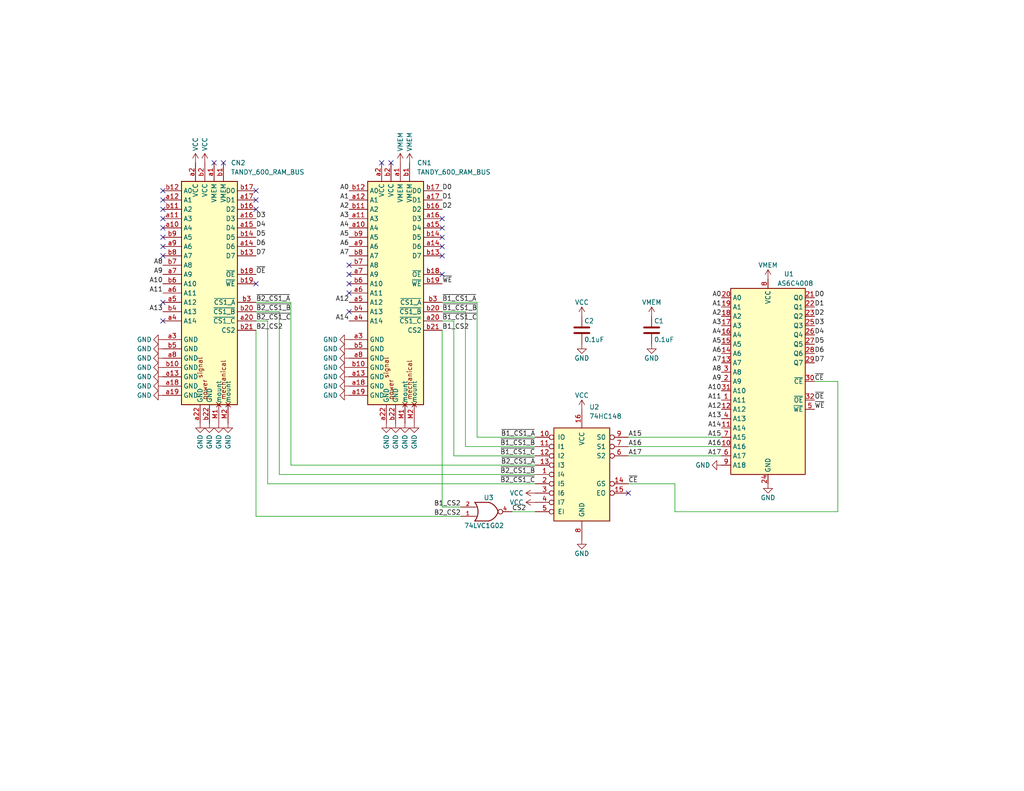
<source format=kicad_sch>
(kicad_sch (version 20211123) (generator eeschema)
  (paper "USLetter")
  (title_block (title "TANDY 600 RAM") (date "2022-10-20") (rev "DUAL_full_001") (company "Brian K. White - b.kenyon.w@gmail.com") (comment 1 "LICENSE: CC-BY-SA 4.0") (comment 2 "Originally based on Model600Sram_v1.1 by Jayeson Lee-Steer") (comment 3 "github.com/bkw777/TANDY_600_RAM"))
  (lib_symbols
    (symbol "000_LOCAL:74HC148" (pin_names (offset 1.016))
      (property "Reference" "U" (at -7.62 13.97 0))
      (property "Value" "74HC148" (at -7.62 -13.97 0))
      (symbol "74HC148_1_0"
        (pin input inverted (at -12.7 0 0) (length 5.08) (name "I4") (number "1"))
        (pin input inverted (at -12.7 10.16 0) (length 5.08) (name "IO") (number "10"))
        (pin input inverted (at -12.7 7.62 0) (length 5.08) (name "I1") (number "11"))
        (pin input inverted (at -12.7 5.08 0) (length 5.08) (name "I2") (number "12"))
        (pin input inverted (at -12.7 2.54 0) (length 5.08) (name "I3") (number "13"))
        (pin output inverted (at 12.7 -2.54 180) (length 5.08) (name "GS") (number "14"))
        (pin output inverted (at 12.7 -5.08 180) (length 5.08) (name "EO") (number "15"))
        (pin power_in line (at 0 17.78 270) (length 5.08) (name "VCC") (number "16"))
        (pin input inverted (at -12.7 -2.54 0) (length 5.08) (name "I5") (number "2"))
        (pin input inverted (at -12.7 -5.08 0) (length 5.08) (name "I6") (number "3"))
        (pin input inverted (at -12.7 -7.62 0) (length 5.08) (name "I7") (number "4"))
        (pin input inverted (at -12.7 -10.16 0) (length 5.08) (name "EI") (number "5"))
        (pin output inverted (at 12.7 5.08 180) (length 5.08) (name "S2") (number "6"))
        (pin output inverted (at 12.7 7.62 180) (length 5.08) (name "S1") (number "7"))
        (pin power_in line (at 0 -17.78 90) (length 5.08) (name "GND") (number "8"))
        (pin output inverted (at 12.7 10.16 180) (length 5.08) (name "S0") (number "9"))
      )
      (symbol "74HC148_1_1"
        (rectangle (start -7.62 12.7) (end 7.62 -12.7) (stroke (width 0.254)) (fill (type background)))
      )
    )
    (symbol "000_LOCAL:AS6C4008_TSOP-I_sTSOP"
      (property "Reference" "U" (at -10.16 23.495 0))
      (property "Value" "AS6C4008_TSOP-I_sTSOP" (at 2.54 23.495 0))
      (symbol "AS6C4008_TSOP-I_sTSOP_0_0"
        (pin power_in line (at 0 -30.48 90) (length 2.54) (name "GND") (number "24"))
        (pin power_in line (at 0 25.4 270) (length 2.54) (name "VCC") (number "8"))
      )
      (symbol "AS6C4008_TSOP-I_sTSOP_0_1"
        (rectangle (start -10.16 22.86) (end 10.16 -27.94) (stroke (width 0.254)) (fill (type background)))
      )
      (symbol "AS6C4008_TSOP-I_sTSOP_1_1"
        (pin input line (at -12.7 -7.62 0) (length 2.54) (name "A11") (number "1"))
        (pin input line (at -12.7 -20.32 0) (length 2.54) (name "A16") (number "10"))
        (pin input line (at -12.7 -15.24 0) (length 2.54) (name "A14") (number "11"))
        (pin input line (at -12.7 -10.16 0) (length 2.54) (name "A12") (number "12"))
        (pin input line (at -12.7 2.54 0) (length 2.54) (name "A7") (number "13"))
        (pin input line (at -12.7 5.08 0) (length 2.54) (name "A6") (number "14"))
        (pin input line (at -12.7 7.62 0) (length 2.54) (name "A5") (number "15"))
        (pin input line (at -12.7 10.16 0) (length 2.54) (name "A4") (number "16"))
        (pin input line (at -12.7 12.7 0) (length 2.54) (name "A3") (number "17"))
        (pin input line (at -12.7 15.24 0) (length 2.54) (name "A2") (number "18"))
        (pin input line (at -12.7 17.78 0) (length 2.54) (name "A1") (number "19"))
        (pin input line (at -12.7 -2.54 0) (length 2.54) (name "A9") (number "2"))
        (pin input line (at -12.7 20.32 0) (length 2.54) (name "A0") (number "20"))
        (pin tri_state line (at 12.7 20.32 180) (length 2.54) (name "Q0") (number "21"))
        (pin tri_state line (at 12.7 17.78 180) (length 2.54) (name "Q1") (number "22"))
        (pin tri_state line (at 12.7 15.24 180) (length 2.54) (name "Q2") (number "23"))
        (pin tri_state line (at 12.7 12.7 180) (length 2.54) (name "Q3") (number "25"))
        (pin tri_state line (at 12.7 10.16 180) (length 2.54) (name "Q4") (number "26"))
        (pin tri_state line (at 12.7 7.62 180) (length 2.54) (name "Q5") (number "27"))
        (pin tri_state line (at 12.7 5.08 180) (length 2.54) (name "Q6") (number "28"))
        (pin tri_state line (at 12.7 2.54 180) (length 2.54) (name "Q7") (number "29"))
        (pin input line (at -12.7 0 0) (length 2.54) (name "A8") (number "3"))
        (pin input line (at 12.7 -2.54 180) (length 2.54) (name "~{CE}") (number "30"))
        (pin input line (at -12.7 -5.08 0) (length 2.54) (name "A10") (number "31"))
        (pin input line (at 12.7 -7.62 180) (length 2.54) (name "~{OE}") (number "32"))
        (pin input line (at -12.7 -12.7 0) (length 2.54) (name "A13") (number "4"))
        (pin input line (at 12.7 -10.16 180) (length 2.54) (name "~{WE}") (number "5"))
        (pin input line (at -12.7 -22.86 0) (length 2.54) (name "A17") (number "6"))
        (pin input line (at -12.7 -17.78 0) (length 2.54) (name "A15") (number "7"))
        (pin input line (at -12.7 -25.4 0) (length 2.54) (name "A18") (number "9"))
      )
    )
    (symbol "000_LOCAL:C" (pin_numbers hide) (pin_names (offset 0.254))
      (property "Reference" "C" (at 0.635 2.54 0))
      (property "Value" "C" (at 0.635 -2.54 0))
      (symbol "C_0_1"
        (polyline (pts (xy -2.032 -0.762) (xy 2.032 -0.762)) (stroke (width 0.508)))
        (polyline (pts (xy -2.032 0.762) (xy 2.032 0.762)) (stroke (width 0.508)))
      )
      (symbol "C_1_1"
        (pin passive line (at 0 3.81 270) (length 2.794) (name "~") (number "1"))
        (pin passive line (at 0 -3.81 90) (length 2.794) (name "~") (number "2"))
      )
    )
    (symbol "000_LOCAL:GND" (power) (pin_names (offset 0))
      (property "Value" "GND" (at 0 -3.81 0))
      (symbol "GND_0_1"
        (polyline (pts (xy 0 0) (xy 0 -1.27) (xy 1.27 -1.27) (xy 0 -2.54) (xy -1.27 -1.27) (xy 0 -1.27)))
      )
      (symbol "GND_1_1"
        (pin power_in line (at 0 0 270) (length 0) hide (name "GND") (number "1"))
      )
    )
    (symbol "000_LOCAL:TANDY_600_RAM_BUS"
      (property "Reference" "J1" (at 6.35 34.29 0))
      (property "Value" "TANDY_600_RAM_BUS" (at 5.08 31.75 0))
      (symbol "TANDY_600_RAM_BUS_0_0"
        (text "mechanical" (at 3.81 -29.21 900) (effects (font (size 1.27 1.27)) (justify left)))
        (text "power" (at -1.27 -29.21 900) (effects (font (size 1.27 1.27)) (justify left)))
        (text "signal" (at -2.54 -20.32 900) (effects (font (size 1.27 1.27))))
        (pin power_out line (at 1.27 35.56 270) (length 5.08) (name "VMEM") (number "a1"))
        (pin output line (at -12.7 -22.86 0) (length 5.08) (name "GND") (number "a13"))
        (pin output line (at -12.7 -25.4 0) (length 5.08) (name "GND") (number "a18"))
        (pin output line (at -12.7 -27.94 0) (length 5.08) (name "GND") (number "a19"))
        (pin power_out line (at -3.81 35.56 270) (length 5.08) (name "VCC") (number "a2"))
        (pin power_out line (at -2.54 -35.56 90) (length 5.08) (name "GND") (number "a22"))
        (pin output line (at -12.7 -12.7 0) (length 5.08) (name "GND") (number "a3"))
        (pin output line (at -12.7 -17.78 0) (length 5.08) (name "GND") (number "a8"))
        (pin power_out line (at 3.81 35.56 270) (length 5.08) (name "VMEM") (number "b1"))
        (pin output line (at -12.7 -20.32 0) (length 5.08) (name "GND") (number "b10"))
        (pin power_out line (at -1.27 35.56 270) (length 5.08) (name "VCC") (number "b2"))
        (pin power_out line (at 0 -35.56 90) (length 5.08) (name "GND") (number "b22"))
        (pin output line (at -12.7 -15.24 0) (length 5.08) (name "GND") (number "b5"))
      )
      (symbol "TANDY_600_RAM_BUS_0_1"
        (rectangle (start -7.62 30.48) (end 7.62 -30.48) (stroke (width 0.254)) (fill (type background)))
      )
      (symbol "TANDY_600_RAM_BUS_1_1"
        (pin passive non_logic (at 2.54 -35.56 90) (length 5.08) (name "mount") (number "M1"))
        (pin passive non_logic (at 5.08 -35.56 90) (length 5.08) (name "mount") (number "M2"))
        (pin output line (at -12.7 17.78 0) (length 5.08) (name "A4") (number "a10"))
        (pin output line (at -12.7 20.32 0) (length 5.08) (name "A3") (number "a11"))
        (pin output line (at -12.7 25.4 0) (length 5.08) (name "A1") (number "a12"))
        (pin tri_state line (at 12.7 12.7 180) (length 5.08) (name "D6") (number "a14"))
        (pin tri_state line (at 12.7 17.78 180) (length 5.08) (name "D4") (number "a15"))
        (pin tri_state line (at 12.7 20.32 180) (length 5.08) (name "D3") (number "a16"))
        (pin tri_state line (at 12.7 25.4 180) (length 5.08) (name "D1") (number "a17"))
        (pin output line (at 12.7 -7.62 180) (length 5.08) (name "~{CS1_C}") (number "a20"))
        (pin no_connect line (at 7.62 -15.24 180) (length 5.08) hide (name "NC") (number "a21"))
        (pin output line (at -12.7 -7.62 0) (length 5.08) (name "A14") (number "a4"))
        (pin output line (at -12.7 -2.54 0) (length 5.08) (name "A12") (number "a5"))
        (pin output line (at -12.7 0 0) (length 5.08) (name "A11") (number "a6"))
        (pin output line (at -12.7 5.08 0) (length 5.08) (name "A9") (number "a7"))
        (pin output line (at -12.7 12.7 0) (length 5.08) (name "A6") (number "a9"))
        (pin output line (at -12.7 22.86 0) (length 5.08) (name "A2") (number "b11"))
        (pin output line (at -12.7 27.94 0) (length 5.08) (name "A0") (number "b12"))
        (pin tri_state line (at 12.7 10.16 180) (length 5.08) (name "D7") (number "b13"))
        (pin tri_state line (at 12.7 15.24 180) (length 5.08) (name "D5") (number "b14"))
        (pin no_connect line (at 7.62 -17.78 180) (length 5.08) hide (name "NC") (number "b15"))
        (pin tri_state line (at 12.7 22.86 180) (length 5.08) (name "D2") (number "b16"))
        (pin tri_state line (at 12.7 27.94 180) (length 5.08) (name "D0") (number "b17"))
        (pin output line (at 12.7 5.08 180) (length 5.08) (name "~{OE}") (number "b18"))
        (pin output line (at 12.7 2.54 180) (length 5.08) (name "~{WE}") (number "b19"))
        (pin output line (at 12.7 -5.08 180) (length 5.08) (name "~{CS1_B}") (number "b20"))
        (pin output line (at 12.7 -10.16 180) (length 5.08) (name "CS2") (number "b21"))
        (pin output line (at 12.7 -2.54 180) (length 5.08) (name "~{CS1_A}") (number "b3"))
        (pin output line (at -12.7 -5.08 0) (length 5.08) (name "A13") (number "b4"))
        (pin output line (at -12.7 2.54 0) (length 5.08) (name "A10") (number "b6"))
        (pin output line (at -12.7 7.62 0) (length 5.08) (name "A8") (number "b7"))
        (pin output line (at -12.7 10.16 0) (length 5.08) (name "A7") (number "b8"))
        (pin output line (at -12.7 15.24 0) (length 5.08) (name "A5") (number "b9"))
      )
    )
    (symbol "000_LOCAL:VCC" (power) (pin_names (offset 0))
      (property "Value" "VCC" (at 0 3.81 0))
      (symbol "VCC_0_1"
        (polyline (pts (xy -0.762 1.27) (xy 0 2.54)))
        (polyline (pts (xy 0 0) (xy 0 2.54)))
        (polyline (pts (xy 0 2.54) (xy 0.762 1.27)))
      )
      (symbol "VCC_1_1"
        (pin power_in line (at 0 0 90) (length 0) hide (name "VCC") (number "1"))
      )
    )
    (symbol "000_LOCAL:VMEM" (power) (pin_names (offset 0))
      (property "Value" "VMEM" (at 0 3.81 0))
      (symbol "VMEM_0_1"
        (polyline (pts (xy -0.762 1.27) (xy 0 2.54)))
        (polyline (pts (xy 0 0) (xy 0 2.54)))
        (polyline (pts (xy 0 2.54) (xy 0.762 1.27)))
      )
      (symbol "VMEM_1_1"
        (pin power_in line (at 0 0 90) (length 0) hide (name "VMEM") (number "1"))
      )
    )
    (symbol "74xGxx:74LVC1G02" (pin_names (offset 1.016))
      (property "Reference" "U" (at -2.54 3.81 0))
      (property "Value" "74LVC1G02" (at 0 -3.81 0))
      (symbol "74LVC1G02_0_1"
        (arc (start -3.81 -2.54) (mid -2.919 0) (end -3.81 2.54) (stroke (width 0.254)))
        (arc (start 0 -2.54) (mid 1.5993 -1.6027) (end 2.54 0) (stroke (width 0.254)))
        (polyline (pts (xy -3.81 -1.27) (xy -3.175 -1.27)))
        (polyline (pts (xy -3.81 1.27) (xy -3.175 1.27)))
        (polyline (pts (xy 0 -2.54) (xy -3.81 -2.54)) (stroke (width 0.254)) (fill (type background)))
        (polyline (pts (xy 0 2.54) (xy -3.81 2.54)) (stroke (width 0.254)) (fill (type background)))
        (arc (start 2.54 0) (mid 1.6119 1.6152) (end 0 2.54) (stroke (width 0.254)))
      )
      (symbol "74LVC1G02_1_1"
        (pin input line (at -7.62 1.27 0) (length 3.81) (name "~") (number "1"))
        (pin input line (at -7.62 -1.27 0) (length 3.81) (name "~") (number "2"))
        (pin power_in line (at 0 -2.54 270) (length 0) hide (name "GND") (number "3"))
        (pin output inverted (at 6.35 0 180) (length 3.81) (name "~") (number "4"))
        (pin power_in line (at 0 2.54 90) (length 0) hide (name "VCC") (number "5"))
      )
    )
  )
  (no_connect (at 171.45 134.62))
  (no_connect (at 95.25 85.09))
  (no_connect (at 69.85 77.47))
  (no_connect (at 69.85 52.07))
  (no_connect (at 69.85 54.61))
  (no_connect (at 69.85 57.15))
  (no_connect (at 44.45 87.63))
  (no_connect (at 44.45 82.55))
  (no_connect (at 44.45 69.85))
  (no_connect (at 44.45 67.31))
  (no_connect (at 44.45 64.77))
  (no_connect (at 44.45 62.23))
  (no_connect (at 44.45 59.69))
  (no_connect (at 44.45 57.15))
  (no_connect (at 44.45 54.61))
  (no_connect (at 44.45 52.07))
  (no_connect (at 58.42 44.45))
  (no_connect (at 60.96 44.45))
  (no_connect (at 95.25 80.01))
  (no_connect (at 95.25 77.47))
  (no_connect (at 120.65 74.93))
  (no_connect (at 120.65 64.77))
  (no_connect (at 120.65 67.31))
  (no_connect (at 120.65 69.85))
  (no_connect (at 104.14 44.45))
  (no_connect (at 106.68 44.45))
  (no_connect (at 95.25 74.93))
  (no_connect (at 95.25 72.39))
  (no_connect (at 120.65 59.69))
  (no_connect (at 120.65 62.23))
  (wire (pts (xy 120.65 85.09) (xy 127 85.09)))
  (wire (pts (xy 120.65 138.43) (xy 125.73 138.43)))
  (wire (pts (xy 69.85 82.55) (xy 79.375 82.55)))
  (wire (pts (xy 69.85 87.63) (xy 73.025 87.63)))
  (wire (pts (xy 139.7 139.7) (xy 146.05 139.7)))
  (wire (pts (xy 120.65 87.63) (xy 123.825 87.63)))
  (wire (pts (xy 171.45 124.46) (xy 196.85 124.46)))
  (wire (pts (xy 69.85 90.17) (xy 69.85 140.97)))
  (wire (pts (xy 69.85 85.09) (xy 76.2 85.09)))
  (wire (pts (xy 123.825 124.46) (xy 123.825 87.63)))
  (wire (pts (xy 127 121.92) (xy 146.05 121.92)))
  (wire (pts (xy 69.85 140.97) (xy 125.73 140.97)))
  (wire (pts (xy 171.45 132.08) (xy 184.15 132.08)))
  (wire (pts (xy 130.175 119.38) (xy 130.175 82.55)))
  (wire (pts (xy 120.65 138.43) (xy 120.65 90.17)))
  (wire (pts (xy 123.825 124.46) (xy 146.05 124.46)))
  (wire (pts (xy 184.15 132.08) (xy 184.15 139.7)))
  (wire (pts (xy 130.175 119.38) (xy 146.05 119.38)))
  (wire (pts (xy 79.375 82.55) (xy 79.375 127)))
  (wire (pts (xy 171.45 119.38) (xy 196.85 119.38)))
  (wire (pts (xy 73.025 132.08) (xy 146.05 132.08)))
  (wire (pts (xy 120.65 82.55) (xy 130.175 82.55)))
  (wire (pts (xy 228.6 104.14) (xy 222.25 104.14)))
  (wire (pts (xy 171.45 121.92) (xy 196.85 121.92)))
  (wire (pts (xy 79.375 127) (xy 146.05 127)))
  (wire (pts (xy 73.025 87.63) (xy 73.025 132.08)))
  (wire (pts (xy 76.2 129.54) (xy 146.05 129.54)))
  (wire (pts (xy 76.2 85.09) (xy 76.2 129.54)))
  (wire (pts (xy 184.15 139.7) (xy 228.6 139.7)))
  (wire (pts (xy 228.6 104.14) (xy 228.6 139.7)))
  (wire (pts (xy 127 121.92) (xy 127 85.09)))
  (label "B2_CS2" (at 69.85 90.17 0))
  (label "A0" (at 95.25 52.07 180))
  (label "A13" (at 196.85 114.3 180))
  (label "A7" (at 196.85 99.06 180))
  (label "A1" (at 196.85 83.82 180))
  (label "D3" (at 69.85 59.69 0))
  (label "~{B1_CS1_C}" (at 146.05 124.46 180))
  (label "D0" (at 120.65 52.07 0))
  (label "A7" (at 95.25 69.85 180))
  (label "~{B2_CS1_A}" (at 69.85 82.55 0))
  (label "~{WE}" (at 222.25 111.76 0))
  (label "A13" (at 44.45 85.09 180))
  (label "~{B2_CS1_B}" (at 146.05 129.54 180))
  (label "~{B2_CS1_B}" (at 69.85 85.09 0))
  (label "~{B1_CS1_A}" (at 146.05 119.38 180))
  (label "A4" (at 196.85 91.44 180))
  (label "A6" (at 95.25 67.31 180))
  (label "A12" (at 196.85 111.76 180))
  (label "A10" (at 44.45 77.47 180))
  (label "A5" (at 95.25 64.77 180))
  (label "B1_CS2" (at 120.65 90.17 0))
  (label "A9" (at 196.85 104.14 180))
  (label "D0" (at 222.25 81.28 0))
  (label "~{B1_CS1_A}" (at 120.65 82.55 0))
  (label "A2" (at 95.25 57.15 180))
  (label "~{WE}" (at 120.65 77.47 0))
  (label "D5" (at 222.25 93.98 0))
  (label "A5" (at 196.85 93.98 180))
  (label "B2_CS2" (at 125.73 140.97 180))
  (label "A12" (at 95.25 82.55 180))
  (label "D7" (at 69.85 69.85 0))
  (label "A14" (at 95.25 87.63 180))
  (label "A9" (at 44.45 74.93 180))
  (label "~{B1_CS1_C}" (at 120.65 87.63 0))
  (label "D1" (at 120.65 54.61 0))
  (label "A11" (at 196.85 109.22 180))
  (label "A1" (at 95.25 54.61 180))
  (label "A16" (at 196.85 121.92 180))
  (label "A10" (at 196.85 106.68 180))
  (label "A3" (at 196.85 88.9 180))
  (label "A15" (at 171.45 119.38 0))
  (label "D2" (at 120.65 57.15 0))
  (label "~{B2_CS1_A}" (at 146.05 127 180))
  (label "~{OE}" (at 69.85 74.93 0))
  (label "~{B2_CS1_C}" (at 69.85 87.63 0))
  (label "A17" (at 196.85 124.46 180))
  (label "~{B1_CS1_B}" (at 120.65 85.09 0))
  (label "~{B1_CS1_B}" (at 146.05 121.92 180))
  (label "D6" (at 69.85 67.31 0))
  (label "D1" (at 222.25 83.82 0))
  (label "A11" (at 44.45 80.01 180))
  (label "A14" (at 196.85 116.84 180))
  (label "B1_CS2" (at 125.73 138.43 180))
  (label "A2" (at 196.85 86.36 180))
  (label "A17" (at 171.45 124.46 0))
  (label "A16" (at 171.45 121.92 0))
  (label "CS2" (at 139.7 139.7 0))
  (label "D7" (at 222.25 99.06 0))
  (label "A8" (at 196.85 101.6 180))
  (label "D2" (at 222.25 86.36 0))
  (label "A4" (at 95.25 62.23 180))
  (label "D3" (at 222.25 88.9 0))
  (label "A15" (at 196.85 119.38 180))
  (label "A3" (at 95.25 59.69 180))
  (label "D5" (at 69.85 64.77 0))
  (label "A0" (at 196.85 81.28 180))
  (label "A8" (at 44.45 72.39 180))
  (label "~{OE}" (at 222.25 109.22 0))
  (label "D4" (at 69.85 62.23 0))
  (label "A6" (at 196.85 96.52 180))
  (label "~{CE}" (at 222.25 104.14 0))
  (label "D4" (at 222.25 91.44 0))
  (label "D6" (at 222.25 96.52 0))
  (label "~{B2_CS1_C}" (at 146.05 132.08 180))
  (label "~{CE}" (at 171.45 132.08 0))
  (symbol (lib_id "000_LOCAL:VMEM") (at 209.55 76.2 0) (unit 1)
    (property "Reference" "#PWR0115" (effects hide))
    (property "Value" "VMEM" (at 209.55 72.39 0))
  )
  (symbol (lib_id "000_LOCAL:AS6C4008_TSOP-I_sTSOP") (at 209.55 101.6 0) (unit 1)
    (property "Reference" "U1" (at 215.265 74.803 0))
    (property "Value" "AS6C4008" (at 212.09 78.105 0) (effects (justify left bottom)))
    (property "Footprint" "000_LOCAL:TSOP32-dual" (effects hide))
    (property "Datasheet" "https://www.alliancememory.com/wp-content/uploads/pdf/AS6C4008.pdf" (effects hide))
  )
  (symbol (lib_id "000_LOCAL:VMEM") (at 109.22 44.45 0) (unit 1)
    (property "Reference" "#PWR0141" (effects hide))
    (property "Value" "VMEM" (at 109.22 38.735 90))
  )
  (symbol (lib_id "000_LOCAL:GND") (at 209.55 132.08 0) (unit 1)
    (property "Reference" "#PWR0121" (effects hide))
    (property "Value" "GND" (at 209.55 135.89 0))
  )
  (symbol (lib_id "000_LOCAL:TANDY_600_RAM_BUS") (at 107.95 80.01 0) (unit 1)
    (property "Reference" "CN1" (at 113.7794 44.45 0) (effects (justify left)))
    (property "Value" "TANDY_600_RAM_BUS" (at 113.7794 46.99 0) (effects (justify left)))
    (property "Footprint" "000_LOCAL:DIN-41612_02x22_male_vertical" (effects hide))
  )
  (symbol (lib_id "000_LOCAL:GND") (at 59.69 115.57 0) (unit 1)
    (property "Reference" "#PWR0111" (effects hide))
    (property "Value" "GND" (at 59.69 120.65 90))
  )
  (symbol (lib_id "000_LOCAL:GND") (at 105.41 115.57 0) (unit 1)
    (property "Reference" "#PWR0113" (effects hide))
    (property "Value" "GND" (at 105.41 120.65 90))
  )
  (symbol (lib_id "000_LOCAL:GND") (at 158.75 147.32 0) (unit 1)
    (property "Reference" "#PWR0106" (effects hide))
    (property "Value" "GND" (at 158.75 151.13 0))
  )
  (symbol (lib_id "000_LOCAL:VMEM") (at 111.76 44.45 0) (unit 1)
    (property "Reference" "#PWR0139" (effects hide))
    (property "Value" "VMEM" (at 111.76 38.735 90))
  )
  (symbol (lib_id "000_LOCAL:GND") (at 44.45 107.95 270) (unit 1)
    (property "Reference" "#PWR0123" (effects hide))
    (property "Value" "GND" (at 39.37 107.95 90))
  )
  (symbol (lib_id "000_LOCAL:GND") (at 44.45 102.87 270) (unit 1)
    (property "Reference" "#PWR0124" (effects hide))
    (property "Value" "GND" (at 39.37 102.87 90))
  )
  (symbol (lib_id "000_LOCAL:GND") (at 44.45 92.71 270) (unit 1)
    (property "Reference" "#PWR0126" (effects hide))
    (property "Value" "GND" (at 39.37 92.71 90))
  )
  (symbol (lib_id "74xGxx:74LVC1G02") (at 133.35 139.7 0) (mirror x) (unit 1)
    (property "Reference" "U3" (at 133.35 135.89 0))
    (property "Value" "74LVC1G02" (at 132.08 143.51 0))
    (property "Footprint" "000_LOCAL:SOT-353_SC-70-5" (effects hide))
    (property "Datasheet" "http://www.ti.com/lit/sg/scyt129e/scyt129e.pdf" (effects hide))
  )
  (symbol (lib_id "000_LOCAL:GND") (at 95.25 107.95 270) (unit 1)
    (property "Reference" "#PWR0134" (effects hide))
    (property "Value" "GND" (at 90.17 107.95 90))
  )
  (symbol (lib_id "000_LOCAL:GND") (at 95.25 95.25 270) (unit 1)
    (property "Reference" "#PWR0132" (effects hide))
    (property "Value" "GND" (at 90.17 95.25 90))
  )
  (symbol (lib_id "000_LOCAL:VCC") (at 146.05 134.62 90) (unit 1)
    (property "Reference" "#PWR0105" (effects hide))
    (property "Value" "VCC" (at 140.97 134.62 90))
  )
  (symbol (lib_id "000_LOCAL:GND") (at 44.45 105.41 270) (unit 1)
    (property "Reference" "#PWR0125" (effects hide))
    (property "Value" "GND" (at 39.37 105.41 90))
  )
  (symbol (lib_id "000_LOCAL:VMEM") (at 177.8 86.36 0) (unit 1)
    (property "Reference" "#PWR0137" (effects hide))
    (property "Value" "VMEM" (at 177.8 82.55 0))
  )
  (symbol (lib_id "000_LOCAL:GND") (at 62.23 115.57 0) (unit 1)
    (property "Reference" "#PWR0112" (effects hide))
    (property "Value" "GND" (at 62.23 120.65 90))
  )
  (symbol (lib_id "000_LOCAL:GND") (at 107.95 115.57 0) (unit 1)
    (property "Reference" "#PWR0114" (effects hide))
    (property "Value" "GND" (at 107.95 120.65 90))
  )
  (symbol (lib_id "000_LOCAL:C") (at 177.8 90.17 0) (unit 1)
    (property "Reference" "C1" (at 178.435 87.63 0) (effects (justify left)))
    (property "Value" "0.1uF" (at 178.435 92.71 0) (effects (justify left)))
    (property "Footprint" "000_LOCAL:C_0805" (effects hide))
  )
  (symbol (lib_id "000_LOCAL:C") (at 158.75 90.17 0) (unit 1)
    (property "Reference" "C2" (at 159.385 87.63 0) (effects (justify left)))
    (property "Value" "0.1uF" (at 159.385 92.71 0) (effects (justify left)))
    (property "Footprint" "000_LOCAL:C_0805" (effects hide))
  )
  (symbol (lib_id "000_LOCAL:GND") (at 113.03 115.57 0) (unit 1)
    (property "Reference" "#PWR0118" (effects hide))
    (property "Value" "GND" (at 113.03 120.65 90))
  )
  (symbol (lib_id "000_LOCAL:GND") (at 95.25 102.87 270) (unit 1)
    (property "Reference" "#PWR0101" (effects hide))
    (property "Value" "GND" (at 90.17 102.87 90))
  )
  (symbol (lib_id "000_LOCAL:74HC148") (at 158.75 129.54 0) (unit 1)
    (property "Reference" "U2" (at 160.7694 111.125 0) (effects (justify left)))
    (property "Value" "74HC148" (at 160.7694 113.665 0) (effects (justify left)))
    (property "Footprint" "000_LOCAL:SOIC-16_4x10" (effects hide))
  )
  (symbol (lib_id "000_LOCAL:GND") (at 54.61 115.57 0) (unit 1)
    (property "Reference" "#PWR0119" (effects hide))
    (property "Value" "GND" (at 54.61 120.65 90))
  )
  (symbol (lib_id "000_LOCAL:GND") (at 44.45 97.79 270) (unit 1)
    (property "Reference" "#PWR0120" (effects hide))
    (property "Value" "GND" (at 39.37 97.79 90))
  )
  (symbol (lib_id "000_LOCAL:GND") (at 95.25 92.71 270) (unit 1)
    (property "Reference" "#PWR0102" (effects hide))
    (property "Value" "GND" (at 90.17 92.71 90))
  )
  (symbol (lib_id "000_LOCAL:VCC") (at 158.75 111.76 0) (unit 1)
    (property "Reference" "#PWR0107" (effects hide))
    (property "Value" "VCC" (at 158.75 107.95 0))
  )
  (symbol (lib_id "000_LOCAL:GND") (at 95.25 97.79 270) (unit 1)
    (property "Reference" "#PWR0110" (effects hide))
    (property "Value" "GND" (at 90.17 97.79 90))
  )
  (symbol (lib_id "000_LOCAL:GND") (at 110.49 115.57 0) (unit 1)
    (property "Reference" "#PWR0116" (effects hide))
    (property "Value" "GND" (at 110.49 120.65 90))
  )
  (symbol (lib_id "000_LOCAL:GND") (at 95.25 105.41 270) (unit 1)
    (property "Reference" "#PWR0109" (effects hide))
    (property "Value" "GND" (at 90.17 105.41 90))
  )
  (symbol (lib_id "000_LOCAL:VCC") (at 55.88 44.45 0) (unit 1)
    (property "Reference" "#PWR0131" (effects hide))
    (property "Value" "VCC" (at 55.88 39.37 90))
  )
  (symbol (lib_id "000_LOCAL:GND") (at 44.45 100.33 270) (unit 1)
    (property "Reference" "#PWR0122" (effects hide))
    (property "Value" "GND" (at 39.37 100.33 90))
  )
  (symbol (lib_id "000_LOCAL:GND") (at 177.8 93.98 0) (unit 1)
    (property "Reference" "#PWR0138" (effects hide))
    (property "Value" "GND" (at 177.8 97.79 0))
  )
  (symbol (lib_id "000_LOCAL:GND") (at 196.85 127 270) (unit 1)
    (property "Reference" "#PWR0108" (effects hide))
    (property "Value" "GND" (at 191.77 127 90))
  )
  (symbol (lib_id "000_LOCAL:GND") (at 57.15 115.57 0) (unit 1)
    (property "Reference" "#PWR0117" (effects hide))
    (property "Value" "GND" (at 57.15 120.65 90))
  )
  (symbol (lib_id "000_LOCAL:VCC") (at 146.05 137.16 90) (unit 1)
    (property "Reference" "#PWR0104" (effects hide))
    (property "Value" "VCC" (at 140.97 137.16 90))
  )
  (symbol (lib_id "000_LOCAL:TANDY_600_RAM_BUS") (at 57.15 80.01 0) (unit 1)
    (property "Reference" "CN2" (at 62.9794 44.45 0) (effects (justify left)))
    (property "Value" "TANDY_600_RAM_BUS" (at 62.9794 46.99 0) (effects (justify left)))
    (property "Footprint" "000_LOCAL:DIN-41612_02x22_male_vertical" (effects hide))
  )
  (symbol (lib_id "000_LOCAL:VCC") (at 158.75 86.36 0) (unit 1)
    (property "Reference" "#PWR0133" (effects hide))
    (property "Value" "VCC" (at 158.75 82.55 0))
  )
  (symbol (lib_id "000_LOCAL:GND") (at 95.25 100.33 270) (unit 1)
    (property "Reference" "#PWR0103" (effects hide))
    (property "Value" "GND" (at 90.17 100.33 90))
  )
  (symbol (lib_id "000_LOCAL:VCC") (at 53.34 44.45 0) (unit 1)
    (property "Reference" "#PWR0129" (effects hide))
    (property "Value" "VCC" (at 53.34 39.37 90))
  )
  (symbol (lib_id "000_LOCAL:GND") (at 44.45 95.25 270) (unit 1)
    (property "Reference" "#PWR0127" (effects hide))
    (property "Value" "GND" (at 39.37 95.25 90))
  )
  (symbol (lib_id "000_LOCAL:GND") (at 158.75 93.98 0) (unit 1)
    (property "Reference" "#PWR0135" (effects hide))
    (property "Value" "GND" (at 158.75 97.79 0))
  )
)
</source>
